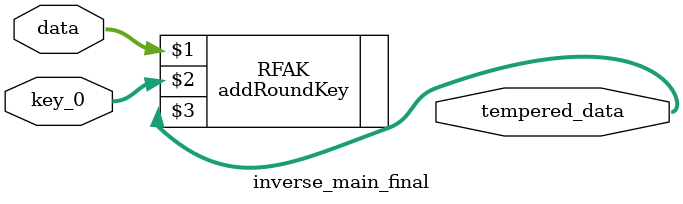
<source format=v>
`timescale 1ns / 1ps
module 
inverse_main_final(
data,
tempered_data,
key_0
    );
input  [0:127] data;
output [0:127] tempered_data;
input  [0:127] key_0;

addRoundKey RFAK (data,key_0,tempered_data);
endmodule
</source>
